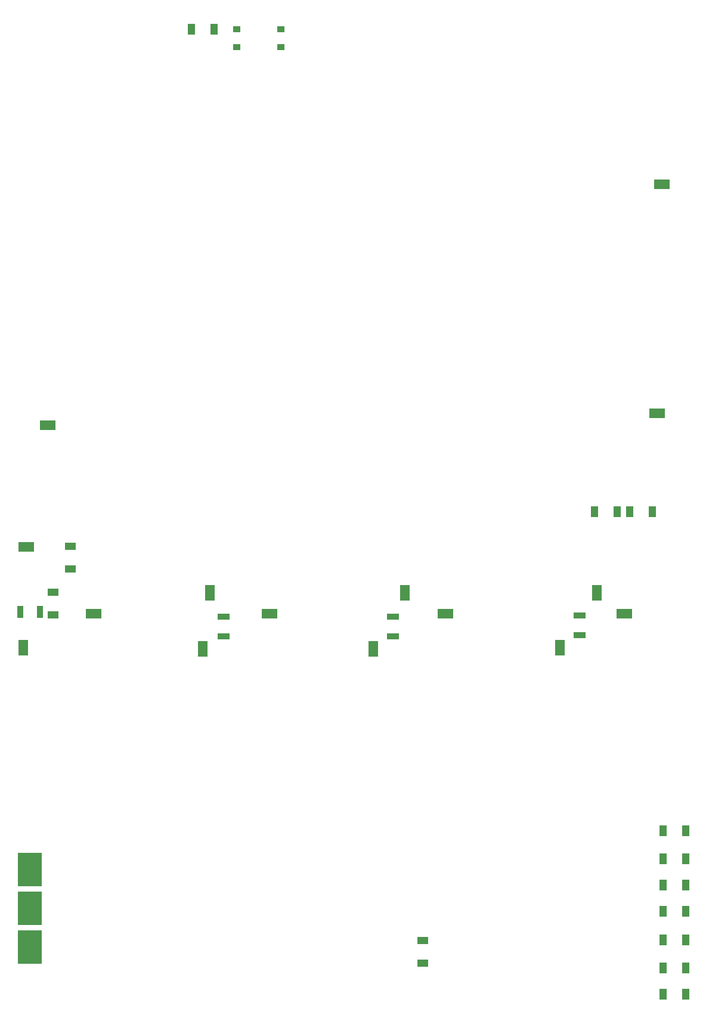
<source format=gbr>
G04*
G04 #@! TF.GenerationSoftware,Altium Limited,Altium Designer,24.1.2 (44)*
G04*
G04 Layer_Color=128*
%FSLAX25Y25*%
%MOIN*%
G70*
G04*
G04 #@! TF.SameCoordinates,A85318EA-E4D8-42E9-B0A6-CF3BD3DAF5E5*
G04*
G04*
G04 #@! TF.FilePolarity,Positive*
G04*
G01*
G75*
%ADD40R,0.05512X0.09055*%
%ADD41R,0.03937X0.05906*%
%ADD42R,0.13504X0.18504*%
%ADD43R,0.09055X0.05512*%
%ADD44R,0.05906X0.03937*%
%ADD45R,0.06693X0.03740*%
%ADD46R,0.03740X0.06693*%
G04:AMPARAMS|DCode=47|XSize=43.31mil|YSize=35.43mil|CornerRadius=8.86mil|HoleSize=0mil|Usage=FLASHONLY|Rotation=0.000|XOffset=0mil|YOffset=0mil|HoleType=Round|Shape=RoundedRectangle|*
%AMROUNDEDRECTD47*
21,1,0.04331,0.01772,0,0,0.0*
21,1,0.02559,0.03543,0,0,0.0*
1,1,0.01772,0.01280,-0.00886*
1,1,0.01772,-0.01280,-0.00886*
1,1,0.01772,-0.01280,0.00886*
1,1,0.01772,0.01280,0.00886*
%
%ADD47ROUNDEDRECTD47*%
D40*
X823819Y574803D02*
D03*
X933071D02*
D03*
X1040354D02*
D03*
X719488Y544291D02*
D03*
X819882Y543307D02*
D03*
X915354D02*
D03*
X1019685Y544291D02*
D03*
D41*
X1058661Y620079D02*
D03*
X1071260D02*
D03*
X1038976D02*
D03*
X1051575D02*
D03*
X1089961Y441929D02*
D03*
X1077362D02*
D03*
X1089961Y350394D02*
D03*
X1077362D02*
D03*
X1089961Y365158D02*
D03*
X1077362D02*
D03*
X1089961Y380906D02*
D03*
X1077362D02*
D03*
X1089961Y396654D02*
D03*
X1077362D02*
D03*
X1089961Y426181D02*
D03*
X1077362D02*
D03*
X1089961Y411417D02*
D03*
X1077362D02*
D03*
X813583Y889764D02*
D03*
X826181D02*
D03*
D42*
X723425Y376969D02*
D03*
Y420276D02*
D03*
Y398622D02*
D03*
D43*
X1055727Y563179D02*
D03*
X1073819Y675197D02*
D03*
X721457Y600394D02*
D03*
X733268Y668307D02*
D03*
X1076772Y803150D02*
D03*
X758858Y562992D02*
D03*
X955709D02*
D03*
X857283D02*
D03*
D44*
X746063Y588189D02*
D03*
Y600787D02*
D03*
X942913Y367717D02*
D03*
Y380315D02*
D03*
X736221Y575197D02*
D03*
Y562598D02*
D03*
D45*
X1030512Y550984D02*
D03*
Y562008D02*
D03*
X926181Y550591D02*
D03*
Y561614D02*
D03*
X831693Y550591D02*
D03*
Y561614D02*
D03*
D46*
X717913Y563976D02*
D03*
X728937D02*
D03*
D47*
X863780Y879842D02*
D03*
Y889843D02*
D03*
X838976D02*
D03*
Y879842D02*
D03*
M02*

</source>
